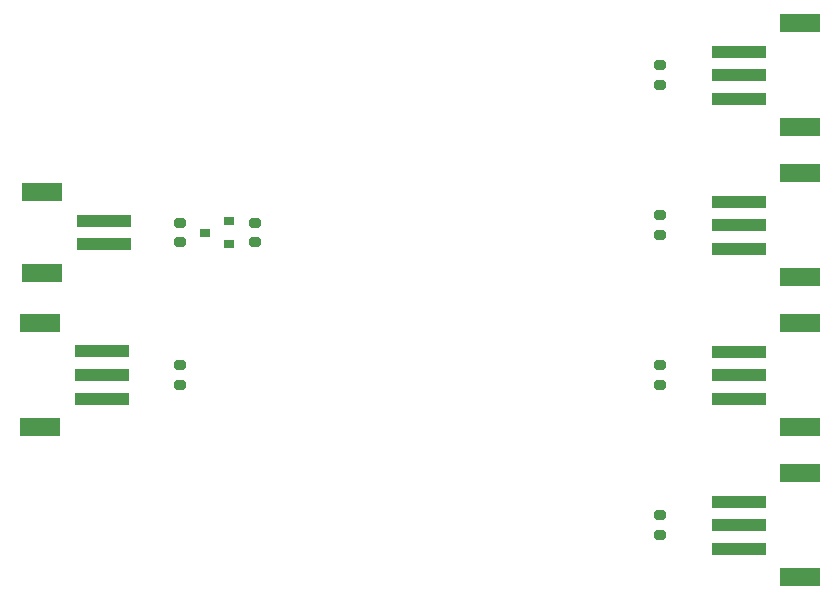
<source format=gtp>
%TF.GenerationSoftware,KiCad,Pcbnew,8.0.5*%
%TF.CreationDate,2024-10-24T20:07:57-06:00*%
%TF.ProjectId,Diorama_Controller,44696f72-616d-4615-9f43-6f6e74726f6c,v10*%
%TF.SameCoordinates,Original*%
%TF.FileFunction,Paste,Top*%
%TF.FilePolarity,Positive*%
%FSLAX46Y46*%
G04 Gerber Fmt 4.6, Leading zero omitted, Abs format (unit mm)*
G04 Created by KiCad (PCBNEW 8.0.5) date 2024-10-24 20:07:57*
%MOMM*%
%LPD*%
G01*
G04 APERTURE LIST*
G04 Aperture macros list*
%AMRoundRect*
0 Rectangle with rounded corners*
0 $1 Rounding radius*
0 $2 $3 $4 $5 $6 $7 $8 $9 X,Y pos of 4 corners*
0 Add a 4 corners polygon primitive as box body*
4,1,4,$2,$3,$4,$5,$6,$7,$8,$9,$2,$3,0*
0 Add four circle primitives for the rounded corners*
1,1,$1+$1,$2,$3*
1,1,$1+$1,$4,$5*
1,1,$1+$1,$6,$7*
1,1,$1+$1,$8,$9*
0 Add four rect primitives between the rounded corners*
20,1,$1+$1,$2,$3,$4,$5,0*
20,1,$1+$1,$4,$5,$6,$7,0*
20,1,$1+$1,$6,$7,$8,$9,0*
20,1,$1+$1,$8,$9,$2,$3,0*%
G04 Aperture macros list end*
%ADD10RoundRect,0.200000X-0.275000X0.200000X-0.275000X-0.200000X0.275000X-0.200000X0.275000X0.200000X0*%
%ADD11R,0.900000X0.800000*%
%ADD12R,4.600000X1.000000*%
%ADD13R,3.400000X1.600000*%
%ADD14RoundRect,0.200000X0.275000X-0.200000X0.275000X0.200000X-0.275000X0.200000X-0.275000X-0.200000X0*%
G04 APERTURE END LIST*
D10*
%TO.C,R8*%
X13970000Y33210000D03*
X13970000Y31560000D03*
%TD*%
D11*
%TO.C,Q1*%
X18145000Y31435000D03*
X18145000Y33335000D03*
X16045000Y32385000D03*
%TD*%
D12*
%TO.C,J6*%
X7310000Y18330000D03*
X7310000Y20330000D03*
X7310000Y22330000D03*
D13*
X2110000Y15930000D03*
X2110000Y24730000D03*
%TD*%
D12*
%TO.C,J5*%
X7510000Y31385000D03*
X7510000Y33385000D03*
D13*
X2310000Y28985000D03*
X2310000Y35785000D03*
%TD*%
D12*
%TO.C,J4*%
X61270000Y9610000D03*
X61270000Y7610000D03*
X61270000Y5610000D03*
D13*
X66470000Y12010000D03*
X66470000Y3210000D03*
%TD*%
D12*
%TO.C,J3*%
X61270000Y22310000D03*
X61270000Y20310000D03*
X61270000Y18310000D03*
D13*
X66470000Y24710000D03*
X66470000Y15910000D03*
%TD*%
D12*
%TO.C,J2*%
X61270000Y47710000D03*
X61270000Y45710000D03*
X61270000Y43710000D03*
D13*
X66470000Y50110000D03*
X66470000Y41310000D03*
%TD*%
D12*
%TO.C,J1*%
X61270000Y35010000D03*
X61270000Y33010000D03*
X61270000Y31010000D03*
D13*
X66470000Y37410000D03*
X66470000Y28610000D03*
%TD*%
D10*
%TO.C,R3*%
X54610000Y21145000D03*
X54610000Y19495000D03*
%TD*%
D14*
%TO.C,R7*%
X20320000Y31560000D03*
X20320000Y33210000D03*
%TD*%
D10*
%TO.C,R1*%
X54610000Y46545000D03*
X54610000Y44895000D03*
%TD*%
%TO.C,R4*%
X54610000Y8445000D03*
X54610000Y6795000D03*
%TD*%
D14*
%TO.C,R5*%
X13970000Y19495000D03*
X13970000Y21145000D03*
%TD*%
D10*
%TO.C,R2*%
X54610000Y33845000D03*
X54610000Y32195000D03*
%TD*%
M02*

</source>
